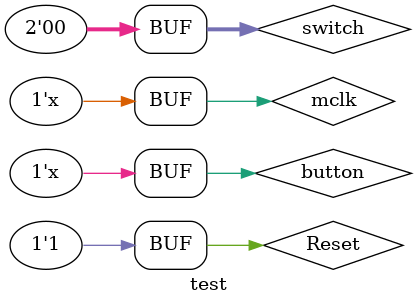
<source format=v>
`timescale 1ns / 1ps


module test();
    reg mclk, Reset, button;
    reg [1:0] switch;
    wire [3:0] pos;
    wire [6:0] a_to_g;
    
    main main(mclk,Reset,button,switch,pos,a_to_g);
    
    initial begin
       Reset=0;
       mclk=0;
       button = 0;
       
     
       #1.5
       Reset = 1;
       switch = 2'b00;
       end
       
       always begin
       #2 mclk = ~mclk;
       end
       
       always begin
       #15 button = ~button;
        
    end
    

    
endmodule

</source>
